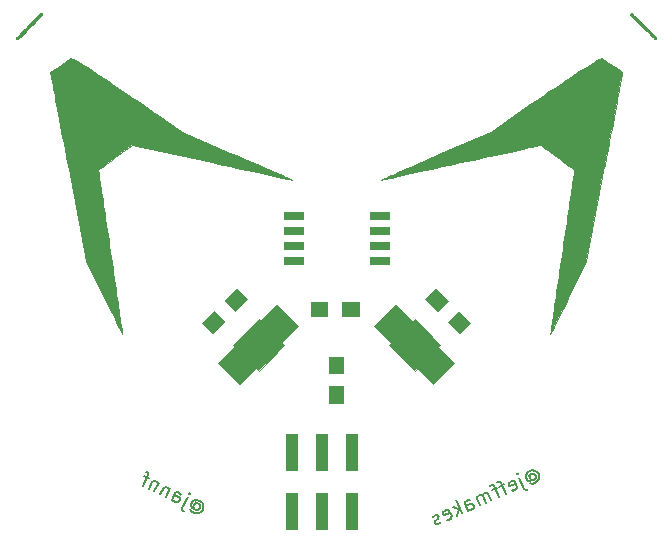
<source format=gbr>
G04 #@! TF.GenerationSoftware,KiCad,Pcbnew,5.0.2-1.fc29*
G04 #@! TF.CreationDate,2019-03-18T00:33:18+01:00*
G04 #@! TF.ProjectId,fuccs-shitty-addon,66756363-732d-4736-9869-7474792d6164,rev?*
G04 #@! TF.SameCoordinates,Original*
G04 #@! TF.FileFunction,Soldermask,Bot*
G04 #@! TF.FilePolarity,Negative*
%FSLAX46Y46*%
G04 Gerber Fmt 4.6, Leading zero omitted, Abs format (unit mm)*
G04 Created by KiCad (PCBNEW 5.0.2-1.fc29) date Mon 18 Mar 2019 00:33:18 CET*
%MOMM*%
%LPD*%
G01*
G04 APERTURE LIST*
%ADD10C,0.200000*%
%ADD11C,0.001000*%
%ADD12C,0.010000*%
%ADD13C,0.100000*%
G04 APERTURE END LIST*
D10*
X-12000541Y5549365D02*
X-11924131Y5575675D01*
X-11796362Y5576935D01*
X-11693643Y5526836D01*
X-11615973Y5425376D01*
X-11589664Y5348967D01*
X-11588403Y5221198D01*
X-11638503Y5118479D01*
X-11739962Y5040809D01*
X-11816372Y5014499D01*
X-11944141Y5013239D01*
X-12046860Y5063339D01*
X-12124530Y5164798D01*
X-12150839Y5241207D01*
X-11950441Y5652085D02*
X-12150839Y5241207D01*
X-12227249Y5214897D01*
X-12278609Y5239947D01*
X-12356278Y5341406D01*
X-12357538Y5469176D01*
X-12232289Y5725974D01*
X-12054421Y5829953D01*
X-11850242Y5857523D01*
X-11619754Y5808684D01*
X-11439365Y5657125D01*
X-11335385Y5479256D01*
X-11307815Y5275078D01*
X-11356655Y5044589D01*
X-11508214Y4864201D01*
X-11686082Y4760221D01*
X-11890261Y4732651D01*
X-12120749Y4781491D01*
X-12301138Y4933049D01*
X-12405118Y5110918D01*
X-12619377Y6105501D02*
X-13070273Y5181027D01*
X-13069013Y5053258D01*
X-12991343Y4951799D01*
X-12939984Y4926749D01*
X-12444028Y6465018D02*
X-12417719Y6388609D01*
X-12494128Y6362299D01*
X-12520438Y6438709D01*
X-12444028Y6465018D01*
X-12494128Y6362299D01*
X-13945907Y5862411D02*
X-13670360Y6427368D01*
X-13568901Y6505037D01*
X-13441131Y6506297D01*
X-13235693Y6406098D01*
X-13158023Y6304639D01*
X-13920858Y5913771D02*
X-13843188Y5812312D01*
X-13586390Y5687063D01*
X-13458621Y5688323D01*
X-13357161Y5765993D01*
X-13307062Y5868712D01*
X-13308322Y5996481D01*
X-13385992Y6097940D01*
X-13642790Y6223189D01*
X-13720459Y6324648D01*
X-14108807Y6831944D02*
X-14459504Y6112909D01*
X-14158907Y6729225D02*
X-14185216Y6805635D01*
X-14262886Y6907094D01*
X-14416965Y6982243D01*
X-14544734Y6980983D01*
X-14646193Y6903313D01*
X-14921741Y6338357D01*
X-15084641Y7307890D02*
X-15435338Y6588855D01*
X-15134740Y7205171D02*
X-15161050Y7281580D01*
X-15238720Y7383040D01*
X-15392799Y7458189D01*
X-15520568Y7456929D01*
X-15622027Y7379259D01*
X-15897574Y6814303D01*
X-15906395Y7708687D02*
X-16317272Y7909085D01*
X-16411171Y7064801D02*
X-15960275Y7989275D01*
X-15961535Y8117044D01*
X-16039205Y8218503D01*
X-16141924Y8268603D01*
X16294986Y7876319D02*
X16323946Y7951764D01*
X16405109Y8050451D01*
X16509515Y8096935D01*
X16637162Y8091217D01*
X16712607Y8062256D01*
X16811293Y7981093D01*
X16857778Y7876688D01*
X16852059Y7749041D01*
X16823099Y7673596D01*
X16741936Y7574909D01*
X16637530Y7528425D01*
X16509883Y7534143D01*
X16434438Y7563104D01*
X16248502Y7980725D02*
X16434438Y7563104D01*
X16405478Y7487659D01*
X16353275Y7464417D01*
X16225628Y7470136D01*
X16126941Y7551299D01*
X16010731Y7812312D01*
X16045410Y8015404D01*
X16155533Y8189535D01*
X16341102Y8334706D01*
X16573154Y8375472D01*
X16776246Y8340793D01*
X16950378Y8230669D01*
X17095549Y8045101D01*
X17136314Y7813049D01*
X17101635Y7609957D01*
X16991512Y7435825D01*
X16805943Y7290654D01*
X16573891Y7249888D01*
X16370799Y7284567D01*
X15471181Y7759741D02*
X15889539Y6820094D01*
X15988226Y6738931D01*
X16115873Y6733212D01*
X16168076Y6756454D01*
X15308486Y8125159D02*
X15383931Y8096198D01*
X15354971Y8020754D01*
X15279526Y8049714D01*
X15308486Y8125159D01*
X15354971Y8020754D01*
X14833682Y6662749D02*
X14961329Y6657031D01*
X15170139Y6749999D01*
X15251302Y6848686D01*
X15257021Y6976333D01*
X15071084Y7393954D01*
X14972397Y7475117D01*
X14844750Y7480835D01*
X14635940Y7387867D01*
X14554776Y7289180D01*
X14549058Y7161533D01*
X14595542Y7057128D01*
X15164052Y7185144D01*
X14166116Y7178688D02*
X13748495Y6992751D01*
X14334898Y6378126D02*
X13916540Y7317772D01*
X13817853Y7398935D01*
X13690206Y7404654D01*
X13585801Y7358170D01*
X13539685Y6899783D02*
X13122064Y6713846D01*
X13708467Y6099220D02*
X13290109Y7038867D01*
X13191422Y7120030D01*
X13063775Y7125749D01*
X12959370Y7079264D01*
X13082035Y5820315D02*
X12756646Y6551152D01*
X12803130Y6446746D02*
X12727686Y6475707D01*
X12600038Y6481425D01*
X12443430Y6411699D01*
X12362267Y6313012D01*
X12356549Y6185365D01*
X12612212Y5611136D01*
X12356549Y6185365D02*
X12257862Y6266528D01*
X12130215Y6272247D01*
X11973607Y6202520D01*
X11892444Y6103833D01*
X11886726Y5976186D01*
X12142389Y5401958D01*
X11150539Y4960358D02*
X10894876Y5534586D01*
X10900595Y5662234D01*
X10981758Y5760920D01*
X11190568Y5853889D01*
X11318215Y5848170D01*
X11127297Y5012560D02*
X11254944Y5006842D01*
X11515957Y5123052D01*
X11597121Y5221739D01*
X11602839Y5349387D01*
X11556355Y5453792D01*
X11457668Y5534955D01*
X11330021Y5540673D01*
X11069008Y5424463D01*
X10941360Y5430181D01*
X10628513Y4727937D02*
X10140429Y5824191D01*
X10338171Y5099073D02*
X10210893Y4542000D01*
X9885503Y5272836D02*
X10489061Y5041152D01*
X9300206Y4199087D02*
X9427854Y4193369D01*
X9636664Y4286337D01*
X9717827Y4385024D01*
X9723545Y4512671D01*
X9537609Y4930292D01*
X9438922Y5011455D01*
X9311275Y5017173D01*
X9102464Y4924205D01*
X9021301Y4825518D01*
X9015583Y4697871D01*
X9062067Y4593466D01*
X9630577Y4721482D01*
X8830383Y3989908D02*
X8749220Y3891221D01*
X8540409Y3798253D01*
X8412762Y3803972D01*
X8314075Y3885135D01*
X8290833Y3937337D01*
X8296552Y4064985D01*
X8377715Y4163671D01*
X8534323Y4233398D01*
X8615486Y4332084D01*
X8621204Y4459732D01*
X8597962Y4511934D01*
X8499275Y4593097D01*
X8371628Y4598816D01*
X8215020Y4529089D01*
X8133857Y4430403D01*
X-24999777Y47000030D02*
X-26999777Y45000030D01*
D11*
G04 #@! TO.C,D1*
G36*
X-6599777Y16822141D02*
X-8777666Y19000030D01*
X-6599777Y21177919D01*
X-4421888Y19000030D01*
X-6599777Y16822141D01*
G37*
X-6599777Y16822141D02*
X-8777666Y19000030D01*
X-6599777Y21177919D01*
X-4421888Y19000030D01*
X-6599777Y16822141D01*
G04 #@! TO.C,D2*
G36*
X8778112Y19000030D02*
X6600223Y16822141D01*
X4422334Y19000030D01*
X6600223Y21177919D01*
X8778112Y19000030D01*
G37*
X8778112Y19000030D02*
X6600223Y16822141D01*
X4422334Y19000030D01*
X6600223Y21177919D01*
X8778112Y19000030D01*
D12*
G04 #@! TO.C,G\002A\002A\002A*
G36*
X-22395807Y43231476D02*
X-22323215Y43197821D01*
X-22188397Y43126267D01*
X-22019518Y43030070D01*
X-21816823Y42909393D01*
X-21580556Y42764400D01*
X-21310962Y42595252D01*
X-21008286Y42402112D01*
X-20672771Y42185144D01*
X-20304662Y41944508D01*
X-19904205Y41680369D01*
X-19471642Y41392888D01*
X-19007218Y41082228D01*
X-18511179Y40748552D01*
X-17983768Y40392022D01*
X-17425230Y40012802D01*
X-16835809Y39611053D01*
X-16215751Y39186938D01*
X-15565298Y38740621D01*
X-14884696Y38272262D01*
X-14174189Y37782026D01*
X-13989443Y37654356D01*
X-13111027Y37047137D01*
X-9618527Y35522635D01*
X-9053549Y35276014D01*
X-8526091Y35045762D01*
X-8034875Y34831316D01*
X-7578621Y34632113D01*
X-7156049Y34447592D01*
X-6765881Y34277188D01*
X-6406837Y34120340D01*
X-6077638Y33976486D01*
X-5777003Y33845061D01*
X-5503655Y33725505D01*
X-5256313Y33617254D01*
X-5033699Y33519746D01*
X-4834533Y33432418D01*
X-4657535Y33354707D01*
X-4501426Y33286052D01*
X-4364927Y33225889D01*
X-4246758Y33173656D01*
X-4145641Y33128790D01*
X-4060296Y33090728D01*
X-3989443Y33058909D01*
X-3931803Y33032769D01*
X-3886097Y33011746D01*
X-3851045Y32995277D01*
X-3825368Y32982800D01*
X-3807788Y32973752D01*
X-3797023Y32967571D01*
X-3791796Y32963693D01*
X-3790826Y32961557D01*
X-3792497Y32960667D01*
X-3814980Y32964732D01*
X-3877256Y32977610D01*
X-3977784Y32998964D01*
X-4115025Y33028456D01*
X-4287438Y33065749D01*
X-4493483Y33110504D01*
X-4731621Y33162384D01*
X-5000311Y33221052D01*
X-5298014Y33286169D01*
X-5623190Y33357397D01*
X-5974298Y33434399D01*
X-6349798Y33516838D01*
X-6748151Y33604375D01*
X-7167817Y33696673D01*
X-7607255Y33793394D01*
X-8064926Y33894201D01*
X-8539289Y33998755D01*
X-9028805Y34106718D01*
X-9531934Y34217754D01*
X-10047135Y34331524D01*
X-10559617Y34444762D01*
X-17300375Y35934637D01*
X-18752757Y34873875D01*
X-19047665Y34658052D01*
X-19309369Y34465613D01*
X-19537701Y34296686D01*
X-19732497Y34151397D01*
X-19893588Y34029869D01*
X-20020809Y33932230D01*
X-20113995Y33858605D01*
X-20172977Y33809120D01*
X-20197591Y33783900D01*
X-20198347Y33781363D01*
X-20193461Y33752051D01*
X-20182784Y33683119D01*
X-20166593Y33576450D01*
X-20145164Y33433926D01*
X-20118774Y33257430D01*
X-20087698Y33048845D01*
X-20052215Y32810054D01*
X-20012599Y32542940D01*
X-19969128Y32249385D01*
X-19922077Y31931273D01*
X-19871724Y31590485D01*
X-19818345Y31228906D01*
X-19762216Y30848418D01*
X-19703614Y30450903D01*
X-19642816Y30038244D01*
X-19580097Y29612325D01*
X-19515734Y29175028D01*
X-19450003Y28728235D01*
X-19383182Y28273830D01*
X-19315547Y27813696D01*
X-19247373Y27349715D01*
X-19178939Y26883770D01*
X-19110519Y26417744D01*
X-19042390Y25953520D01*
X-18974829Y25492980D01*
X-18908113Y25038008D01*
X-18842518Y24590485D01*
X-18778320Y24152296D01*
X-18715795Y23725323D01*
X-18655221Y23311448D01*
X-18596874Y22912555D01*
X-18541030Y22530526D01*
X-18487965Y22167244D01*
X-18437957Y21824592D01*
X-18391281Y21504452D01*
X-18348214Y21208709D01*
X-18309033Y20939243D01*
X-18274014Y20697939D01*
X-18243433Y20486678D01*
X-18217567Y20307345D01*
X-18196692Y20161821D01*
X-18181085Y20051989D01*
X-18171023Y19979733D01*
X-18166781Y19946935D01*
X-18166677Y19945074D01*
X-18178500Y19960047D01*
X-18205623Y20007582D01*
X-18245072Y20082051D01*
X-18293876Y20177830D01*
X-18349061Y20289293D01*
X-18355222Y20301918D01*
X-18385875Y20364693D01*
X-18433937Y20462948D01*
X-18498169Y20594156D01*
X-18577334Y20755793D01*
X-18670193Y20945331D01*
X-18775509Y21160245D01*
X-18892044Y21398010D01*
X-19018559Y21656100D01*
X-19153816Y21931988D01*
X-19296577Y22223149D01*
X-19445605Y22527057D01*
X-19599661Y22841186D01*
X-19757508Y23163011D01*
X-19868128Y23388530D01*
X-21202340Y26108446D01*
X-22698512Y33897780D01*
X-22807743Y34466452D01*
X-22915105Y35025404D01*
X-23020314Y35573150D01*
X-23123084Y36108202D01*
X-23223131Y36629074D01*
X-23320167Y37134280D01*
X-23413908Y37622333D01*
X-23504069Y38091747D01*
X-23590363Y38541035D01*
X-23672506Y38968711D01*
X-23750211Y39373289D01*
X-23823194Y39753281D01*
X-23891168Y40107202D01*
X-23953849Y40433564D01*
X-24010951Y40730883D01*
X-24062188Y40997670D01*
X-24107274Y41232440D01*
X-24145925Y41433706D01*
X-24177855Y41599981D01*
X-24202778Y41729780D01*
X-24220409Y41821615D01*
X-24230462Y41874000D01*
X-24232380Y41884006D01*
X-24270075Y42080899D01*
X-23675301Y42473743D01*
X-23441177Y42629046D01*
X-23231589Y42769440D01*
X-23048178Y42893784D01*
X-22892583Y43000939D01*
X-22766446Y43089768D01*
X-22671407Y43159130D01*
X-22609106Y43207886D01*
X-22583443Y43231879D01*
X-22542031Y43258598D01*
X-22480974Y43258659D01*
X-22395807Y43231476D01*
X-22395807Y43231476D01*
G37*
X-22395807Y43231476D02*
X-22323215Y43197821D01*
X-22188397Y43126267D01*
X-22019518Y43030070D01*
X-21816823Y42909393D01*
X-21580556Y42764400D01*
X-21310962Y42595252D01*
X-21008286Y42402112D01*
X-20672771Y42185144D01*
X-20304662Y41944508D01*
X-19904205Y41680369D01*
X-19471642Y41392888D01*
X-19007218Y41082228D01*
X-18511179Y40748552D01*
X-17983768Y40392022D01*
X-17425230Y40012802D01*
X-16835809Y39611053D01*
X-16215751Y39186938D01*
X-15565298Y38740621D01*
X-14884696Y38272262D01*
X-14174189Y37782026D01*
X-13989443Y37654356D01*
X-13111027Y37047137D01*
X-9618527Y35522635D01*
X-9053549Y35276014D01*
X-8526091Y35045762D01*
X-8034875Y34831316D01*
X-7578621Y34632113D01*
X-7156049Y34447592D01*
X-6765881Y34277188D01*
X-6406837Y34120340D01*
X-6077638Y33976486D01*
X-5777003Y33845061D01*
X-5503655Y33725505D01*
X-5256313Y33617254D01*
X-5033699Y33519746D01*
X-4834533Y33432418D01*
X-4657535Y33354707D01*
X-4501426Y33286052D01*
X-4364927Y33225889D01*
X-4246758Y33173656D01*
X-4145641Y33128790D01*
X-4060296Y33090728D01*
X-3989443Y33058909D01*
X-3931803Y33032769D01*
X-3886097Y33011746D01*
X-3851045Y32995277D01*
X-3825368Y32982800D01*
X-3807788Y32973752D01*
X-3797023Y32967571D01*
X-3791796Y32963693D01*
X-3790826Y32961557D01*
X-3792497Y32960667D01*
X-3814980Y32964732D01*
X-3877256Y32977610D01*
X-3977784Y32998964D01*
X-4115025Y33028456D01*
X-4287438Y33065749D01*
X-4493483Y33110504D01*
X-4731621Y33162384D01*
X-5000311Y33221052D01*
X-5298014Y33286169D01*
X-5623190Y33357397D01*
X-5974298Y33434399D01*
X-6349798Y33516838D01*
X-6748151Y33604375D01*
X-7167817Y33696673D01*
X-7607255Y33793394D01*
X-8064926Y33894201D01*
X-8539289Y33998755D01*
X-9028805Y34106718D01*
X-9531934Y34217754D01*
X-10047135Y34331524D01*
X-10559617Y34444762D01*
X-17300375Y35934637D01*
X-18752757Y34873875D01*
X-19047665Y34658052D01*
X-19309369Y34465613D01*
X-19537701Y34296686D01*
X-19732497Y34151397D01*
X-19893588Y34029869D01*
X-20020809Y33932230D01*
X-20113995Y33858605D01*
X-20172977Y33809120D01*
X-20197591Y33783900D01*
X-20198347Y33781363D01*
X-20193461Y33752051D01*
X-20182784Y33683119D01*
X-20166593Y33576450D01*
X-20145164Y33433926D01*
X-20118774Y33257430D01*
X-20087698Y33048845D01*
X-20052215Y32810054D01*
X-20012599Y32542940D01*
X-19969128Y32249385D01*
X-19922077Y31931273D01*
X-19871724Y31590485D01*
X-19818345Y31228906D01*
X-19762216Y30848418D01*
X-19703614Y30450903D01*
X-19642816Y30038244D01*
X-19580097Y29612325D01*
X-19515734Y29175028D01*
X-19450003Y28728235D01*
X-19383182Y28273830D01*
X-19315547Y27813696D01*
X-19247373Y27349715D01*
X-19178939Y26883770D01*
X-19110519Y26417744D01*
X-19042390Y25953520D01*
X-18974829Y25492980D01*
X-18908113Y25038008D01*
X-18842518Y24590485D01*
X-18778320Y24152296D01*
X-18715795Y23725323D01*
X-18655221Y23311448D01*
X-18596874Y22912555D01*
X-18541030Y22530526D01*
X-18487965Y22167244D01*
X-18437957Y21824592D01*
X-18391281Y21504452D01*
X-18348214Y21208709D01*
X-18309033Y20939243D01*
X-18274014Y20697939D01*
X-18243433Y20486678D01*
X-18217567Y20307345D01*
X-18196692Y20161821D01*
X-18181085Y20051989D01*
X-18171023Y19979733D01*
X-18166781Y19946935D01*
X-18166677Y19945074D01*
X-18178500Y19960047D01*
X-18205623Y20007582D01*
X-18245072Y20082051D01*
X-18293876Y20177830D01*
X-18349061Y20289293D01*
X-18355222Y20301918D01*
X-18385875Y20364693D01*
X-18433937Y20462948D01*
X-18498169Y20594156D01*
X-18577334Y20755793D01*
X-18670193Y20945331D01*
X-18775509Y21160245D01*
X-18892044Y21398010D01*
X-19018559Y21656100D01*
X-19153816Y21931988D01*
X-19296577Y22223149D01*
X-19445605Y22527057D01*
X-19599661Y22841186D01*
X-19757508Y23163011D01*
X-19868128Y23388530D01*
X-21202340Y26108446D01*
X-22698512Y33897780D01*
X-22807743Y34466452D01*
X-22915105Y35025404D01*
X-23020314Y35573150D01*
X-23123084Y36108202D01*
X-23223131Y36629074D01*
X-23320167Y37134280D01*
X-23413908Y37622333D01*
X-23504069Y38091747D01*
X-23590363Y38541035D01*
X-23672506Y38968711D01*
X-23750211Y39373289D01*
X-23823194Y39753281D01*
X-23891168Y40107202D01*
X-23953849Y40433564D01*
X-24010951Y40730883D01*
X-24062188Y40997670D01*
X-24107274Y41232440D01*
X-24145925Y41433706D01*
X-24177855Y41599981D01*
X-24202778Y41729780D01*
X-24220409Y41821615D01*
X-24230462Y41874000D01*
X-24232380Y41884006D01*
X-24270075Y42080899D01*
X-23675301Y42473743D01*
X-23441177Y42629046D01*
X-23231589Y42769440D01*
X-23048178Y42893784D01*
X-22892583Y43000939D01*
X-22766446Y43089768D01*
X-22671407Y43159130D01*
X-22609106Y43207886D01*
X-22583443Y43231879D01*
X-22542031Y43258598D01*
X-22480974Y43258659D01*
X-22395807Y43231476D01*
G36*
X22453392Y43250830D02*
X22496372Y43229850D01*
X22555859Y43190990D01*
X22639672Y43130317D01*
X22653204Y43120295D01*
X22703475Y43084287D01*
X22782102Y43029585D01*
X22884229Y42959449D01*
X23004998Y42877140D01*
X23139553Y42785920D01*
X23283037Y42689050D01*
X23430594Y42589791D01*
X23577365Y42491404D01*
X23718496Y42397151D01*
X23849127Y42310292D01*
X23964404Y42234090D01*
X24059469Y42171804D01*
X24129465Y42126696D01*
X24169536Y42102028D01*
X24170485Y42101492D01*
X24171569Y42092696D01*
X24169538Y42068508D01*
X24164194Y42027884D01*
X24155342Y41969781D01*
X24142785Y41893156D01*
X24126327Y41796965D01*
X24105772Y41680165D01*
X24080923Y41541713D01*
X24051583Y41380566D01*
X24017557Y41195681D01*
X23978648Y40986014D01*
X23934659Y40750523D01*
X23885395Y40488163D01*
X23830659Y40197893D01*
X23770254Y39878668D01*
X23703985Y39529446D01*
X23631655Y39149183D01*
X23553067Y38736837D01*
X23468025Y38291363D01*
X23376334Y37811719D01*
X23277795Y37296861D01*
X23172214Y36745747D01*
X23059394Y36157333D01*
X22939138Y35530577D01*
X22811250Y34864433D01*
X22675534Y34157861D01*
X22663461Y34095019D01*
X21128259Y26104366D01*
X19624371Y23038344D01*
X19458183Y22699669D01*
X19296877Y22371210D01*
X19141451Y22054990D01*
X18992907Y21753033D01*
X18852242Y21467360D01*
X18720456Y21199996D01*
X18598550Y20952962D01*
X18487522Y20728282D01*
X18388371Y20527978D01*
X18302097Y20354074D01*
X18229700Y20208592D01*
X18172179Y20093555D01*
X18130533Y20010985D01*
X18105762Y19962907D01*
X18098873Y19950713D01*
X18085691Y19948730D01*
X18087667Y19985188D01*
X18088863Y19991941D01*
X18096069Y20035243D01*
X18108942Y20117519D01*
X18127207Y20236885D01*
X18150588Y20391458D01*
X18178809Y20579356D01*
X18211594Y20798695D01*
X18248668Y21047592D01*
X18289755Y21324164D01*
X18334578Y21626527D01*
X18382862Y21952799D01*
X18434332Y22301096D01*
X18488712Y22669535D01*
X18545725Y23056233D01*
X18605096Y23459306D01*
X18666549Y23876872D01*
X18729809Y24307048D01*
X18794599Y24747950D01*
X18860644Y25197694D01*
X18927668Y25654399D01*
X18995395Y26116180D01*
X19063549Y26581155D01*
X19131856Y27047440D01*
X19200038Y27513152D01*
X19267820Y27976409D01*
X19334926Y28435326D01*
X19401081Y28888021D01*
X19466009Y29332610D01*
X19529433Y29767210D01*
X19591079Y30189939D01*
X19650670Y30598913D01*
X19707930Y30992248D01*
X19762584Y31368062D01*
X19814356Y31724471D01*
X19862970Y32059593D01*
X19908151Y32371544D01*
X19949622Y32658441D01*
X19987108Y32918400D01*
X20020332Y33149539D01*
X20049021Y33349974D01*
X20072896Y33517823D01*
X20091683Y33651202D01*
X20105106Y33748227D01*
X20112889Y33807016D01*
X20114820Y33825729D01*
X20082767Y33851454D01*
X20020723Y33898578D01*
X19931755Y33964887D01*
X19818932Y34048165D01*
X19685322Y34146199D01*
X19533994Y34256773D01*
X19368016Y34377673D01*
X19190456Y34506684D01*
X19004382Y34641592D01*
X18812864Y34780183D01*
X18618970Y34920240D01*
X18425768Y35059550D01*
X18236327Y35195899D01*
X18053714Y35327071D01*
X17880999Y35450851D01*
X17721249Y35565026D01*
X17577534Y35667381D01*
X17452921Y35755701D01*
X17350480Y35827770D01*
X17273278Y35881376D01*
X17224383Y35914303D01*
X17207029Y35924427D01*
X17183865Y35919733D01*
X17120912Y35906236D01*
X17019717Y35884278D01*
X16881824Y35854198D01*
X16708780Y35816338D01*
X16502130Y35771037D01*
X16263420Y35718635D01*
X15994196Y35659474D01*
X15696003Y35593893D01*
X15370388Y35522233D01*
X15018896Y35444835D01*
X14643072Y35362038D01*
X14244463Y35274183D01*
X13824614Y35181610D01*
X13385070Y35084660D01*
X12927379Y34983673D01*
X12453084Y34878989D01*
X11963733Y34770949D01*
X11460871Y34659893D01*
X10946043Y34546162D01*
X10457350Y34438174D01*
X9932950Y34322315D01*
X9419155Y34208868D01*
X8917507Y34098171D01*
X8429547Y33990561D01*
X7956816Y33886377D01*
X7500856Y33785957D01*
X7063207Y33689638D01*
X6645412Y33597759D01*
X6249011Y33510657D01*
X5875545Y33428671D01*
X5526557Y33352139D01*
X5203586Y33281399D01*
X4908175Y33216788D01*
X4641864Y33158645D01*
X4406195Y33107308D01*
X4202710Y33063114D01*
X4032948Y33026403D01*
X3898453Y32997510D01*
X3800764Y32976776D01*
X3741423Y32964537D01*
X3721991Y32961079D01*
X3721133Y32962501D01*
X3724246Y32965537D01*
X3732622Y32970754D01*
X3747552Y32978722D01*
X3770328Y32990008D01*
X3802241Y33005180D01*
X3844584Y33024807D01*
X3898646Y33049457D01*
X3965721Y33079698D01*
X4047099Y33116098D01*
X4144072Y33159226D01*
X4257932Y33209650D01*
X4389969Y33267937D01*
X4541476Y33334657D01*
X4713745Y33410376D01*
X4908065Y33495665D01*
X5125730Y33591090D01*
X5368031Y33697219D01*
X5636259Y33814622D01*
X5931705Y33943867D01*
X6255662Y34085520D01*
X6609420Y34240152D01*
X6994272Y34408329D01*
X7411509Y34590621D01*
X7862422Y34787595D01*
X8348302Y34999819D01*
X8870442Y35227862D01*
X9410315Y35463637D01*
X13050990Y37053575D01*
X13908232Y37646936D01*
X14559902Y38097422D01*
X15190178Y38531945D01*
X15798451Y38950102D01*
X16384111Y39351489D01*
X16946548Y39735703D01*
X17485154Y40102342D01*
X17999319Y40451001D01*
X18488433Y40781279D01*
X18951886Y41092771D01*
X19389070Y41385074D01*
X19799375Y41657786D01*
X20182191Y41910503D01*
X20536909Y42142822D01*
X20862920Y42354340D01*
X21159614Y42544653D01*
X21426381Y42713359D01*
X21662612Y42860054D01*
X21867698Y42984335D01*
X22041029Y43085799D01*
X22181995Y43164043D01*
X22289988Y43218664D01*
X22364398Y43249258D01*
X22385686Y43254883D01*
X22419103Y43257863D01*
X22453392Y43250830D01*
X22453392Y43250830D01*
G37*
X22453392Y43250830D02*
X22496372Y43229850D01*
X22555859Y43190990D01*
X22639672Y43130317D01*
X22653204Y43120295D01*
X22703475Y43084287D01*
X22782102Y43029585D01*
X22884229Y42959449D01*
X23004998Y42877140D01*
X23139553Y42785920D01*
X23283037Y42689050D01*
X23430594Y42589791D01*
X23577365Y42491404D01*
X23718496Y42397151D01*
X23849127Y42310292D01*
X23964404Y42234090D01*
X24059469Y42171804D01*
X24129465Y42126696D01*
X24169536Y42102028D01*
X24170485Y42101492D01*
X24171569Y42092696D01*
X24169538Y42068508D01*
X24164194Y42027884D01*
X24155342Y41969781D01*
X24142785Y41893156D01*
X24126327Y41796965D01*
X24105772Y41680165D01*
X24080923Y41541713D01*
X24051583Y41380566D01*
X24017557Y41195681D01*
X23978648Y40986014D01*
X23934659Y40750523D01*
X23885395Y40488163D01*
X23830659Y40197893D01*
X23770254Y39878668D01*
X23703985Y39529446D01*
X23631655Y39149183D01*
X23553067Y38736837D01*
X23468025Y38291363D01*
X23376334Y37811719D01*
X23277795Y37296861D01*
X23172214Y36745747D01*
X23059394Y36157333D01*
X22939138Y35530577D01*
X22811250Y34864433D01*
X22675534Y34157861D01*
X22663461Y34095019D01*
X21128259Y26104366D01*
X19624371Y23038344D01*
X19458183Y22699669D01*
X19296877Y22371210D01*
X19141451Y22054990D01*
X18992907Y21753033D01*
X18852242Y21467360D01*
X18720456Y21199996D01*
X18598550Y20952962D01*
X18487522Y20728282D01*
X18388371Y20527978D01*
X18302097Y20354074D01*
X18229700Y20208592D01*
X18172179Y20093555D01*
X18130533Y20010985D01*
X18105762Y19962907D01*
X18098873Y19950713D01*
X18085691Y19948730D01*
X18087667Y19985188D01*
X18088863Y19991941D01*
X18096069Y20035243D01*
X18108942Y20117519D01*
X18127207Y20236885D01*
X18150588Y20391458D01*
X18178809Y20579356D01*
X18211594Y20798695D01*
X18248668Y21047592D01*
X18289755Y21324164D01*
X18334578Y21626527D01*
X18382862Y21952799D01*
X18434332Y22301096D01*
X18488712Y22669535D01*
X18545725Y23056233D01*
X18605096Y23459306D01*
X18666549Y23876872D01*
X18729809Y24307048D01*
X18794599Y24747950D01*
X18860644Y25197694D01*
X18927668Y25654399D01*
X18995395Y26116180D01*
X19063549Y26581155D01*
X19131856Y27047440D01*
X19200038Y27513152D01*
X19267820Y27976409D01*
X19334926Y28435326D01*
X19401081Y28888021D01*
X19466009Y29332610D01*
X19529433Y29767210D01*
X19591079Y30189939D01*
X19650670Y30598913D01*
X19707930Y30992248D01*
X19762584Y31368062D01*
X19814356Y31724471D01*
X19862970Y32059593D01*
X19908151Y32371544D01*
X19949622Y32658441D01*
X19987108Y32918400D01*
X20020332Y33149539D01*
X20049021Y33349974D01*
X20072896Y33517823D01*
X20091683Y33651202D01*
X20105106Y33748227D01*
X20112889Y33807016D01*
X20114820Y33825729D01*
X20082767Y33851454D01*
X20020723Y33898578D01*
X19931755Y33964887D01*
X19818932Y34048165D01*
X19685322Y34146199D01*
X19533994Y34256773D01*
X19368016Y34377673D01*
X19190456Y34506684D01*
X19004382Y34641592D01*
X18812864Y34780183D01*
X18618970Y34920240D01*
X18425768Y35059550D01*
X18236327Y35195899D01*
X18053714Y35327071D01*
X17880999Y35450851D01*
X17721249Y35565026D01*
X17577534Y35667381D01*
X17452921Y35755701D01*
X17350480Y35827770D01*
X17273278Y35881376D01*
X17224383Y35914303D01*
X17207029Y35924427D01*
X17183865Y35919733D01*
X17120912Y35906236D01*
X17019717Y35884278D01*
X16881824Y35854198D01*
X16708780Y35816338D01*
X16502130Y35771037D01*
X16263420Y35718635D01*
X15994196Y35659474D01*
X15696003Y35593893D01*
X15370388Y35522233D01*
X15018896Y35444835D01*
X14643072Y35362038D01*
X14244463Y35274183D01*
X13824614Y35181610D01*
X13385070Y35084660D01*
X12927379Y34983673D01*
X12453084Y34878989D01*
X11963733Y34770949D01*
X11460871Y34659893D01*
X10946043Y34546162D01*
X10457350Y34438174D01*
X9932950Y34322315D01*
X9419155Y34208868D01*
X8917507Y34098171D01*
X8429547Y33990561D01*
X7956816Y33886377D01*
X7500856Y33785957D01*
X7063207Y33689638D01*
X6645412Y33597759D01*
X6249011Y33510657D01*
X5875545Y33428671D01*
X5526557Y33352139D01*
X5203586Y33281399D01*
X4908175Y33216788D01*
X4641864Y33158645D01*
X4406195Y33107308D01*
X4202710Y33063114D01*
X4032948Y33026403D01*
X3898453Y32997510D01*
X3800764Y32976776D01*
X3741423Y32964537D01*
X3721991Y32961079D01*
X3721133Y32962501D01*
X3724246Y32965537D01*
X3732622Y32970754D01*
X3747552Y32978722D01*
X3770328Y32990008D01*
X3802241Y33005180D01*
X3844584Y33024807D01*
X3898646Y33049457D01*
X3965721Y33079698D01*
X4047099Y33116098D01*
X4144072Y33159226D01*
X4257932Y33209650D01*
X4389969Y33267937D01*
X4541476Y33334657D01*
X4713745Y33410376D01*
X4908065Y33495665D01*
X5125730Y33591090D01*
X5368031Y33697219D01*
X5636259Y33814622D01*
X5931705Y33943867D01*
X6255662Y34085520D01*
X6609420Y34240152D01*
X6994272Y34408329D01*
X7411509Y34590621D01*
X7862422Y34787595D01*
X8348302Y34999819D01*
X8870442Y35227862D01*
X9410315Y35463637D01*
X13050990Y37053575D01*
X13908232Y37646936D01*
X14559902Y38097422D01*
X15190178Y38531945D01*
X15798451Y38950102D01*
X16384111Y39351489D01*
X16946548Y39735703D01*
X17485154Y40102342D01*
X17999319Y40451001D01*
X18488433Y40781279D01*
X18951886Y41092771D01*
X19389070Y41385074D01*
X19799375Y41657786D01*
X20182191Y41910503D01*
X20536909Y42142822D01*
X20862920Y42354340D01*
X21159614Y42544653D01*
X21426381Y42713359D01*
X21662612Y42860054D01*
X21867698Y42984335D01*
X22041029Y43085799D01*
X22181995Y43164043D01*
X22289988Y43218664D01*
X22364398Y43249258D01*
X22385686Y43254883D01*
X22419103Y43257863D01*
X22453392Y43250830D01*
G36*
X-24993071Y47055611D02*
X-24950063Y47010820D01*
X-24932610Y46955865D01*
X-24947329Y46932532D01*
X-24989496Y46882742D01*
X-25056130Y46809470D01*
X-25144249Y46715687D01*
X-25250869Y46604368D01*
X-25373010Y46478484D01*
X-25507688Y46341009D01*
X-25651921Y46194915D01*
X-25802727Y46043176D01*
X-25957124Y45888764D01*
X-26112129Y45734652D01*
X-26264760Y45583814D01*
X-26412035Y45439221D01*
X-26550972Y45303848D01*
X-26678588Y45180667D01*
X-26791902Y45072650D01*
X-26887930Y44982771D01*
X-26963690Y44914003D01*
X-27016201Y44869318D01*
X-27042479Y44851690D01*
X-27043577Y44851530D01*
X-27090358Y44868793D01*
X-27124628Y44903410D01*
X-27145656Y44953719D01*
X-27146516Y44993430D01*
X-27128674Y45017853D01*
X-27083719Y45068430D01*
X-27014640Y45142198D01*
X-26924427Y45236194D01*
X-26816070Y45347457D01*
X-26692559Y45473024D01*
X-26556883Y45609933D01*
X-26412034Y45755221D01*
X-26260999Y45905927D01*
X-26106771Y46059088D01*
X-25952337Y46211741D01*
X-25800689Y46360926D01*
X-25654816Y46503678D01*
X-25517708Y46637037D01*
X-25392354Y46758039D01*
X-25281746Y46863723D01*
X-25188872Y46951126D01*
X-25116723Y47017287D01*
X-25068289Y47059242D01*
X-25046559Y47074029D01*
X-25046506Y47074030D01*
X-24993071Y47055611D01*
X-24993071Y47055611D01*
G37*
X-24993071Y47055611D02*
X-24950063Y47010820D01*
X-24932610Y46955865D01*
X-24947329Y46932532D01*
X-24989496Y46882742D01*
X-25056130Y46809470D01*
X-25144249Y46715687D01*
X-25250869Y46604368D01*
X-25373010Y46478484D01*
X-25507688Y46341009D01*
X-25651921Y46194915D01*
X-25802727Y46043176D01*
X-25957124Y45888764D01*
X-26112129Y45734652D01*
X-26264760Y45583814D01*
X-26412035Y45439221D01*
X-26550972Y45303848D01*
X-26678588Y45180667D01*
X-26791902Y45072650D01*
X-26887930Y44982771D01*
X-26963690Y44914003D01*
X-27016201Y44869318D01*
X-27042479Y44851690D01*
X-27043577Y44851530D01*
X-27090358Y44868793D01*
X-27124628Y44903410D01*
X-27145656Y44953719D01*
X-27146516Y44993430D01*
X-27128674Y45017853D01*
X-27083719Y45068430D01*
X-27014640Y45142198D01*
X-26924427Y45236194D01*
X-26816070Y45347457D01*
X-26692559Y45473024D01*
X-26556883Y45609933D01*
X-26412034Y45755221D01*
X-26260999Y45905927D01*
X-26106771Y46059088D01*
X-25952337Y46211741D01*
X-25800689Y46360926D01*
X-25654816Y46503678D01*
X-25517708Y46637037D01*
X-25392354Y46758039D01*
X-25281746Y46863723D01*
X-25188872Y46951126D01*
X-25116723Y47017287D01*
X-25068289Y47059242D01*
X-25046559Y47074029D01*
X-25046506Y47074030D01*
X-24993071Y47055611D01*
G36*
X24995266Y47059322D02*
X25044421Y47017185D01*
X25117091Y46950598D01*
X25210306Y46862543D01*
X25321098Y46755999D01*
X25446499Y46633947D01*
X25583540Y46499367D01*
X25729252Y46355238D01*
X25880668Y46204542D01*
X26034819Y46050258D01*
X26188735Y45895367D01*
X26339449Y45742849D01*
X26483993Y45595684D01*
X26619396Y45456852D01*
X26742692Y45329333D01*
X26850912Y45216108D01*
X26941086Y45120157D01*
X27010247Y45044460D01*
X27055426Y44991997D01*
X27073654Y44965748D01*
X27073890Y44964459D01*
X27055198Y44904629D01*
X27008170Y44862838D01*
X26961495Y44851530D01*
X26940388Y44862680D01*
X26897675Y44896748D01*
X26832392Y44954655D01*
X26743573Y45037326D01*
X26630256Y45145685D01*
X26491473Y45280655D01*
X26326262Y45443159D01*
X26133657Y45634122D01*
X25912694Y45854466D01*
X25883507Y45883647D01*
X25709146Y46058528D01*
X25544270Y46224913D01*
X25391271Y46380321D01*
X25252541Y46522276D01*
X25130475Y46648298D01*
X25027464Y46755910D01*
X24945901Y46842634D01*
X24888180Y46905990D01*
X24856694Y46943501D01*
X24851390Y46952563D01*
X24868563Y46999568D01*
X24909291Y47044727D01*
X24957385Y47071817D01*
X24972594Y47074030D01*
X24995266Y47059322D01*
X24995266Y47059322D01*
G37*
X24995266Y47059322D02*
X25044421Y47017185D01*
X25117091Y46950598D01*
X25210306Y46862543D01*
X25321098Y46755999D01*
X25446499Y46633947D01*
X25583540Y46499367D01*
X25729252Y46355238D01*
X25880668Y46204542D01*
X26034819Y46050258D01*
X26188735Y45895367D01*
X26339449Y45742849D01*
X26483993Y45595684D01*
X26619396Y45456852D01*
X26742692Y45329333D01*
X26850912Y45216108D01*
X26941086Y45120157D01*
X27010247Y45044460D01*
X27055426Y44991997D01*
X27073654Y44965748D01*
X27073890Y44964459D01*
X27055198Y44904629D01*
X27008170Y44862838D01*
X26961495Y44851530D01*
X26940388Y44862680D01*
X26897675Y44896748D01*
X26832392Y44954655D01*
X26743573Y45037326D01*
X26630256Y45145685D01*
X26491473Y45280655D01*
X26326262Y45443159D01*
X26133657Y45634122D01*
X25912694Y45854466D01*
X25883507Y45883647D01*
X25709146Y46058528D01*
X25544270Y46224913D01*
X25391271Y46380321D01*
X25252541Y46522276D01*
X25130475Y46648298D01*
X25027464Y46755910D01*
X24945901Y46842634D01*
X24888180Y46905990D01*
X24856694Y46943501D01*
X24851390Y46952563D01*
X24868563Y46999568D01*
X24909291Y47044727D01*
X24957385Y47071817D01*
X24972594Y47074030D01*
X24995266Y47059322D01*
D13*
G36*
X-3309777Y3280030D02*
X-4309777Y3280030D01*
X-4309777Y6430030D01*
X-3309777Y6430030D01*
X-3309777Y3280030D01*
X-3309777Y3280030D01*
G37*
G36*
X1770223Y3280030D02*
X770223Y3280030D01*
X770223Y6430030D01*
X1770223Y6430030D01*
X1770223Y3280030D01*
X1770223Y3280030D01*
G37*
G36*
X-769777Y3280030D02*
X-1769777Y3280030D01*
X-1769777Y6430030D01*
X-769777Y6430030D01*
X-769777Y3280030D01*
X-769777Y3280030D01*
G37*
G36*
X1770223Y8330030D02*
X770223Y8330030D01*
X770223Y11480030D01*
X1770223Y11480030D01*
X1770223Y8330030D01*
X1770223Y8330030D01*
G37*
G36*
X-769777Y8330030D02*
X-1769777Y8330030D01*
X-1769777Y11480030D01*
X-769777Y11480030D01*
X-769777Y8330030D01*
X-769777Y8330030D01*
G37*
G36*
X-3309777Y8330030D02*
X-4309777Y8330030D01*
X-4309777Y11480030D01*
X-3309777Y11480030D01*
X-3309777Y8330030D01*
X-3309777Y8330030D01*
G37*
G36*
X625223Y14000030D02*
X-624777Y14000030D01*
X-624777Y15500030D01*
X625223Y15500030D01*
X625223Y14000030D01*
X625223Y14000030D01*
G37*
G36*
X-6769482Y16991847D02*
X-8183696Y15577633D01*
X-10022174Y17416111D01*
X-8607960Y18830325D01*
X-6769482Y16991847D01*
X-6769482Y16991847D01*
G37*
G36*
X10022620Y17416111D02*
X8184142Y15577633D01*
X6769928Y16991847D01*
X8608406Y18830325D01*
X10022620Y17416111D01*
X10022620Y17416111D01*
G37*
G36*
X625223Y16500030D02*
X-624777Y16500030D01*
X-624777Y18000030D01*
X625223Y18000030D01*
X625223Y16500030D01*
X625223Y16500030D01*
G37*
G36*
X6430518Y21008213D02*
X4592040Y19169735D01*
X3177826Y20583949D01*
X5016304Y22422427D01*
X6430518Y21008213D01*
X6430518Y21008213D01*
G37*
G36*
X-3177380Y20583949D02*
X-4591594Y19169735D01*
X-6430072Y21008213D01*
X-5015858Y22422427D01*
X-3177380Y20583949D01*
X-3177380Y20583949D01*
G37*
G36*
X-9404421Y20956147D02*
X-10465082Y19895486D01*
X-11384321Y20814725D01*
X-10323660Y21875386D01*
X-9404421Y20956147D01*
X-9404421Y20956147D01*
G37*
G36*
X11384767Y20814725D02*
X10465528Y19895486D01*
X9404867Y20956147D01*
X10324106Y21875386D01*
X11384767Y20814725D01*
X11384767Y20814725D01*
G37*
G36*
X-709777Y21350030D02*
X-2209777Y21350030D01*
X-2209777Y22650030D01*
X-709777Y22650030D01*
X-709777Y21350030D01*
X-709777Y21350030D01*
G37*
G36*
X1990223Y21350030D02*
X490223Y21350030D01*
X490223Y22650030D01*
X1990223Y22650030D01*
X1990223Y21350030D01*
X1990223Y21350030D01*
G37*
G36*
X9475579Y22723913D02*
X8556340Y21804674D01*
X7495679Y22865335D01*
X8414918Y23784574D01*
X9475579Y22723913D01*
X9475579Y22723913D01*
G37*
G36*
X-7495233Y22865335D02*
X-8555894Y21804674D01*
X-9475133Y22723913D01*
X-8414472Y23784574D01*
X-7495233Y22865335D01*
X-7495233Y22865335D01*
G37*
G36*
X-2799777Y25770030D02*
X-4499777Y25770030D01*
X-4499777Y26420030D01*
X-2799777Y26420030D01*
X-2799777Y25770030D01*
X-2799777Y25770030D01*
G37*
G36*
X4500223Y25770030D02*
X2800223Y25770030D01*
X2800223Y26420030D01*
X4500223Y26420030D01*
X4500223Y25770030D01*
X4500223Y25770030D01*
G37*
G36*
X4500223Y27040030D02*
X2800223Y27040030D01*
X2800223Y27690030D01*
X4500223Y27690030D01*
X4500223Y27040030D01*
X4500223Y27040030D01*
G37*
G36*
X-2799777Y27040030D02*
X-4499777Y27040030D01*
X-4499777Y27690030D01*
X-2799777Y27690030D01*
X-2799777Y27040030D01*
X-2799777Y27040030D01*
G37*
G36*
X4500223Y28310030D02*
X2800223Y28310030D01*
X2800223Y28960030D01*
X4500223Y28960030D01*
X4500223Y28310030D01*
X4500223Y28310030D01*
G37*
G36*
X-2799777Y28310030D02*
X-4499777Y28310030D01*
X-4499777Y28960030D01*
X-2799777Y28960030D01*
X-2799777Y28310030D01*
X-2799777Y28310030D01*
G37*
G36*
X4500223Y29580030D02*
X2800223Y29580030D01*
X2800223Y30230030D01*
X4500223Y30230030D01*
X4500223Y29580030D01*
X4500223Y29580030D01*
G37*
G36*
X-2799777Y29580030D02*
X-4499777Y29580030D01*
X-4499777Y30230030D01*
X-2799777Y30230030D01*
X-2799777Y29580030D01*
X-2799777Y29580030D01*
G37*
M02*

</source>
